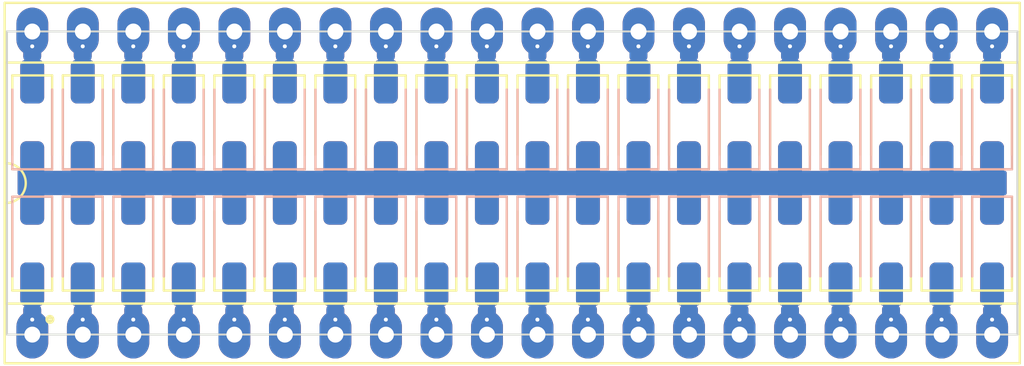
<source format=kicad_pcb>
(kicad_pcb (version 20240108) (generator "pcbnew") (generator_version "8.0")
  (title_block (title "UnIC") (date "2024-05-02") (rev "1.0") (company "Modular Circuits"))
  (layers (0 "F.Cu" signal) (31 "B.Cu" signal) (34 "B.Paste" user) (35 "F.Paste" user) (36 "B.SilkS" user "B.Silkscreen") (37 "F.SilkS" user "F.Silkscreen") (38 "B.Mask" user) (39 "F.Mask" user) (44 "Edge.Cuts" user))
  (net 0 "")
  (net 1 "GND")
  (net 2 "/PIN1")
  (net 3 "LINE")
  (net 4 "/PIN2")
  (net 5 "/PIN3")
  (net 6 "/PIN4")
  (net 7 "/PIN5")
  (net 8 "/PIN6")
  (net 9 "/PIN7")
  (net 10 "/PIN8")
  (net 11 "/PIN9")
  (net 12 "/PIN10")
  (net 13 "/PIN11")
  (net 14 "/PIN12")
  (net 15 "/PIN13")
  (net 16 "/PIN14")
  (net 17 "/PIN16")
  (net 18 "/PIN17")
  (net 19 "/PIN18")
  (net 20 "/PIN19")
  (net 21 "/PIN20")
  (net 22 "/PIN21")
  (net 23 "/PIN22")
  (net 24 "/PIN23")
  (net 25 "/PIN24")
  (net 26 "/PIN25")
  (net 27 "/PIN26")
  (net 28 "/PIN27")
  (net 29 "/PIN28")
  (net 30 "/PIN29")
  (net 31 "/PIN30")
  (net 32 "/PIN31")
  (net 33 "/PIN32")
  (net 34 "/PIN33")
  (net 35 "/PIN34")
  (net 36 "/PIN35")
  (net 37 "/PIN36")
  (net 38 "/PIN37")
  (net 39 "/PIN38")
  (net 40 "/PIN39")
  (net 41 "/PIN40")
  (net 42 "/PIN15")
  (footprint "UNIC:D_SOD-123" (layer "F.Cu") (at 60.96 41.148 90)
    (property "Reference" "D10" (hide yes))
    (property "Value" "D_Schottky" (hide yes))
    (pad "1" smd roundrect (at -2.05 0 90) (size 2.2 1.2) (layers "F.Cu" "F.Paste" "F.Mask") (net 12 "/PIN10"))
    (pad "2" smd roundrect (at 2.05 0 90) (size 2.2 1.2) (layers "F.Cu" "F.Paste" "F.Mask") (net 1 "GND"))
  )
  (footprint "UNIC:D_SOD-123" (layer "F.Cu") (at 43.18 41.148 90)
    (property "Reference" "D3" (hide yes))
    (property "Value" "D_Schottky" (hide yes))
    (pad "1" smd roundrect (at -2.05 0 90) (size 2.2 1.2) (layers "F.Cu" "F.Paste" "F.Mask") (net 5 "/PIN3"))
    (pad "2" smd roundrect (at 2.05 0 90) (size 2.2 1.2) (layers "F.Cu" "F.Paste" "F.Mask") (net 1 "GND"))
  )
  (footprint "UNIC:D_SOD-123" (layer "F.Cu") (at 53.34 41.148 90)
    (property "Reference" "D7" (hide yes))
    (property "Value" "D_Schottky" (hide yes))
    (pad "1" smd roundrect (at -2.05 0 90) (size 2.2 1.2) (layers "F.Cu" "F.Paste" "F.Mask") (net 9 "/PIN7"))
    (pad "2" smd roundrect (at 2.05 0 90) (size 2.2 1.2) (layers "F.Cu" "F.Paste" "F.Mask") (net 1 "GND"))
  )
  (footprint "UNIC:D_SOD-123" (layer "F.Cu") (at 86.36 41.148 90)
    (property "Reference" "D20" (hide yes))
    (property "Value" "D_Schottky" (hide yes))
    (pad "1" smd roundrect (at -2.05 0 90) (size 2.2 1.2) (layers "F.Cu" "F.Paste" "F.Mask") (net 21 "/PIN20"))
    (pad "2" smd roundrect (at 2.05 0 90) (size 2.2 1.2) (layers "F.Cu" "F.Paste" "F.Mask") (net 1 "GND"))
  )
  (footprint "UNIC:D_SOD-123" (layer "F.Cu") (at 78.74 41.148 90)
    (property "Reference" "D17" (hide yes))
    (property "Value" "D_Schottky" (hide yes))
    (pad "1" smd roundrect (at -2.05 0 90) (size 2.2 1.2) (layers "F.Cu" "F.Paste" "F.Mask") (net 18 "/PIN17"))
    (pad "2" smd roundrect (at 2.05 0 90) (size 2.2 1.2) (layers "F.Cu" "F.Paste" "F.Mask") (net 1 "GND"))
  )
  (footprint "UNIC:D_SOD-123" (layer "F.Cu") (at 71.12 35.052 -90)
    (property "Reference" "D27" (hide yes))
    (property "Value" "D_Schottky" (hide yes))
    (pad "1" smd roundrect (at -2.05 0 270) (size 2.2 1.2) (layers "F.Cu" "F.Paste" "F.Mask") (net 28 "/PIN27"))
    (pad "2" smd roundrect (at 2.05 0 270) (size 2.2 1.2) (layers "F.Cu" "F.Paste" "F.Mask") (net 1 "GND"))
  )
  (footprint "UNIC:D_SOD-123" (layer "F.Cu") (at 66.04 41.148 90)
    (property "Reference" "D12" (hide yes))
    (property "Value" "D_Schottky" (hide yes))
    (pad "1" smd roundrect (at -2.05 0 90) (size 2.2 1.2) (layers "F.Cu" "F.Paste" "F.Mask") (net 14 "/PIN12"))
    (pad "2" smd roundrect (at 2.05 0 90) (size 2.2 1.2) (layers "F.Cu" "F.Paste" "F.Mask") (net 1 "GND"))
  )
  (footprint "UNIC:D_SOD-123" (layer "F.Cu") (at 55.88 35.052 -90)
    (property "Reference" "D33" (hide yes))
    (property "Value" "D_Schottky" (hide yes))
    (pad "1" smd roundrect (at -2.05 0 270) (size 2.2 1.2) (layers "F.Cu" "F.Paste" "F.Mask") (net 34 "/PIN33"))
    (pad "2" smd roundrect (at 2.05 0 270) (size 2.2 1.2) (layers "F.Cu" "F.Paste" "F.Mask") (net 1 "GND"))
  )
  (footprint "UNIC:D_SOD-123" (layer "F.Cu") (at 48.26 41.148 90)
    (property "Reference" "D5" (hide yes))
    (property "Value" "D_Schottky" (hide yes))
    (pad "1" smd roundrect (at -2.05 0 90) (size 2.2 1.2) (layers "F.Cu" "F.Paste" "F.Mask") (net 7 "/PIN5"))
    (pad "2" smd roundrect (at 2.05 0 90) (size 2.2 1.2) (layers "F.Cu" "F.Paste" "F.Mask") (net 1 "GND"))
  )
  (footprint "UNIC:D_SOD-123" (layer "F.Cu") (at 45.72 35.052 -90)
    (property "Reference" "D37" (hide yes))
    (property "Value" "D_Schottky" (hide yes))
    (pad "1" smd roundrect (at -2.05 0 270) (size 2.2 1.2) (layers "F.Cu" "F.Paste" "F.Mask") (net 38 "/PIN37"))
    (pad "2" smd roundrect (at 2.05 0 270) (size 2.2 1.2) (layers "F.Cu" "F.Paste" "F.Mask") (net 1 "GND"))
  )
  (footprint "UNIC:D_SOD-123" (layer "F.Cu") (at 50.8 41.148 90)
    (property "Reference" "D6" (hide yes))
    (property "Value" "D_Schottky" (hide yes))
    (pad "1" smd roundrect (at -2.05 0 90) (size 2.2 1.2) (layers "F.Cu" "F.Paste" "F.Mask") (net 8 "/PIN6"))
    (pad "2" smd roundrect (at 2.05 0 90) (size 2.2 1.2) (layers "F.Cu" "F.Paste" "F.Mask") (net 1 "GND"))
  )
  (footprint "UNIC:D_SOD-123" (layer "F.Cu") (at 55.88 41.148 90)
    (property "Reference" "D8" (hide yes))
    (property "Value" "D_Schottky" (hide yes))
    (pad "1" smd roundrect (at -2.05 0 90) (size 2.2 1.2) (layers "F.Cu" "F.Paste" "F.Mask") (net 10 "/PIN8"))
    (pad "2" smd roundrect (at 2.05 0 90) (size 2.2 1.2) (layers "F.Cu" "F.Paste" "F.Mask") (net 1 "GND"))
  )
  (footprint "UNIC:D_SOD-123" (layer "F.Cu") (at 71.12 41.148 90)
    (property "Reference" "D14" (hide yes))
    (property "Value" "D_Schottky" (hide yes))
    (pad "1" smd roundrect (at -2.05 0 90) (size 2.2 1.2) (layers "F.Cu" "F.Paste" "F.Mask") (net 16 "/PIN14"))
    (pad "2" smd roundrect (at 2.05 0 90) (size 2.2 1.2) (layers "F.Cu" "F.Paste" "F.Mask") (net 1 "GND"))
  )
  (footprint "UNIC:D_SOD-123" (layer "F.Cu") (at 48.26 35.052 -90)
    (property "Reference" "D36" (hide yes))
    (property "Value" "D_Schottky" (hide yes))
    (pad "1" smd roundrect (at -2.05 0 270) (size 2.2 1.2) (layers "F.Cu" "F.Paste" "F.Mask") (net 37 "/PIN36"))
    (pad "2" smd roundrect (at 2.05 0 270) (size 2.2 1.2) (layers "F.Cu" "F.Paste" "F.Mask") (net 1 "GND"))
  )
  (footprint "Package_DIP:DIP-40_W15.24mm_Socket_LongPads" (layer "F.Cu") (at 38.105 45.725 90)
    (property "Reference" "SOCKET2" (hide yes))
    (property "Value" "Conn_02x20_Counter_Clockwise" (hide yes))
    (pad "1" thru_hole oval (at 0 0 90) (size 2.4 1.6) (drill 0.8) (layers "*.Cu" "*.Mask") (net 2 "/PIN1"))
    (pad "2" thru_hole oval (at 0 2.54 90) (size 2.4 1.6) (drill 0.8) (layers "*.Cu" "*.Mask") (net 4 "/PIN2"))
    (pad "3" thru_hole oval (at 0 5.08 90) (size 2.4 1.6) (drill 0.8) (layers "*.Cu" "*.Mask") (net 5 "/PIN3"))
    (pad "4" thru_hole oval (at 0 7.62 90) (size 2.4 1.6) (drill 0.8) (layers "*.Cu" "*.Mask") (net 6 "/PIN4"))
    (pad "5" thru_hole oval (at 0 10.16 90) (size 2.4 1.6) (drill 0.8) (layers "*.Cu" "*.Mask") (net 7 "/PIN5"))
    (pad "6" thru_hole oval (at 0 12.7 90) (size 2.4 1.6) (drill 0.8) (layers "*.Cu" "*.Mask") (net 8 "/PIN6"))
    (pad "7" thru_hole oval (at 0 15.24 90) (size 2.4 1.6) (drill 0.8) (layers "*.Cu" "*.Mask") (net 9 "/PIN7"))
    (pad "8" thru_hole oval (at 0 17.78 90) (size 2.4 1.6) (drill 0.8) (layers "*.Cu" "*.Mask") (net 10 "/PIN8"))
    (pad "9" thru_hole oval (at 0 20.32 90) (size 2.4 1.6) (drill 0.8) (layers "*.Cu" "*.Mask") (net 11 "/PIN9"))
    (pad "10" thru_hole oval (at 0 22.86 90) (size 2.4 1.6) (drill 0.8) (layers "*.Cu" "*.Mask") (net 12 "/PIN10"))
    (pad "11" thru_hole oval (at 0 25.4 90) (size 2.4 1.6) (drill 0.8) (layers "*.Cu" "*.Mask") (net 13 "/PIN11"))
    (pad "12" thru_hole oval (at 0 27.94 90) (size 2.4 1.6) (drill 0.8) (layers "*.Cu" "*.Mask") (net 14 "/PIN12"))
    (pad "13" thru_hole oval (at 0 30.48 90) (size 2.4 1.6) (drill 0.8) (layers "*.Cu" "*.Mask") (net 15 "/PIN13"))
    (pad "14" thru_hole oval (at 0 33.02 90) (size 2.4 1.6) (drill 0.8) (layers "*.Cu" "*.Mask") (net 16 "/PIN14"))
    (pad "15" thru_hole oval (at 0 35.56 90) (size 2.4 1.6) (drill 0.8) (layers "*.Cu" "*.Mask") (net 42 "/PIN15"))
    (pad "16" thru_hole oval (at 0 38.1 90) (size 2.4 1.6) (drill 0.8) (layers "*.Cu" "*.Mask") (net 17 "/PIN16"))
    (pad "17" thru_hole oval (at 0 40.64 90) (size 2.4 1.6) (drill 0.8) (layers "*.Cu" "*.Mask") (net 18 "/PIN17"))
    (pad "18" thru_hole oval (at 0 43.18 90) (size 2.4 1.6) (drill 0.8) (layers "*.Cu" "*.Mask") (net 19 "/PIN18"))
    (pad "19" thru_hole oval (at 0 45.72 90) (size 2.4 1.6) (drill 0.8) (layers "*.Cu" "*.Mask") (net 20 "/PIN19"))
    (pad "20" thru_hole oval (at 0 48.26 90) (size 2.4 1.6) (drill 0.8) (layers "*.Cu" "*.Mask") (net 21 "/PIN20"))
    (pad "21" thru_hole oval (at 15.24 48.26 90) (size 2.4 1.6) (drill 0.8) (layers "*.Cu" "*.Mask") (net 22 "/PIN21"))
    (pad "22" thru_hole oval (at 15.24 45.72 90) (size 2.4 1.6) (drill 0.8) (layers "*.Cu" "*.Mask") (net 23 "/PIN22"))
    (pad "23" thru_hole oval (at 15.24 43.18 90) (size 2.4 1.6) (drill 0.8) (layers "*.Cu" "*.Mask") (net 24 "/PIN23"))
    (pad "24" thru_hole oval (at 15.24 40.64 90) (size 2.4 1.6) (drill 0.8) (layers "*.Cu" "*.Mask") (net 25 "/PIN24"))
    (pad "25" thru_hole oval (at 15.24 38.1 90) (size 2.4 1.6) (drill 0.8) (layers "*.Cu" "*.Mask") (net 26 "/PIN25"))
    (pad "26" thru_hole oval (at 15.24 35.56 90) (size 2.4 1.6) (drill 0.8) (layers "*.Cu" "*.Mask") (net 27 "/PIN26"))
    (pad "27" thru_hole oval (at 15.24 33.02 90) (size 2.4 1.6) (drill 0.8) (layers "*.Cu" "*.Mask") (net 28 "/PIN27"))
    (pad "28" thru_hole oval (at 15.24 30.48 90) (size 2.4 1.6) (drill 0.8) (layers "*.Cu" "*.Mask") (net 29 "/PIN28"))
    (pad "29" thru_hole oval (at 15.24 27.94 90) (size 2.4 1.6) (drill 0.8) (layers "*.Cu" "*.Mask") (net 30 "/PIN29"))
    (pad "30" thru_hole oval (at 15.24 25.4 90) (size 2.4 1.6) (drill 0.8) (layers "*.Cu" "*.Mask") (net 31 "/PIN30"))
    (pad "31" thru_hole oval (at 15.24 22.86 90) (size 2.4 1.6) (drill 0.8) (layers "*.Cu" "*.Mask") (net 32 "/PIN31"))
    (pad "32" thru_hole oval (at 15.24 20.32 90) (size 2.4 1.6) (drill 0.8) (layers "*.Cu" "*.Mask") (net 33 "/PIN32"))
    (pad "33" thru_hole oval (at 15.24 17.78 90) (size 2.4 1.6) (drill 0.8) (layers "*.Cu" "*.Mask") (net 34 "/PIN33"))
    (pad "34" thru_hole oval (at 15.24 15.24 90) (size 2.4 1.6) (drill 0.8) (layers "*.Cu" "*.Mask") (net 35 "/PIN34"))
    (pad "35" thru_hole oval (at 15.24 12.7 90) (size 2.4 1.6) (drill 0.8) (layers "*.Cu" "*.Mask") (net 36 "/PIN35"))
    (pad "36" thru_hole oval (at 15.24 10.16 90) (size 2.4 1.6) (drill 0.8) (layers "*.Cu" "*.Mask") (net 37 "/PIN36"))
    (pad "37" thru_hole oval (at 15.24 7.62 90) (size 2.4 1.6) (drill 0.8) (layers "*.Cu" "*.Mask") (net 38 "/PIN37"))
    (pad "38" thru_hole oval (at 15.24 5.08 90) (size 2.4 1.6) (drill 0.8) (layers "*.Cu" "*.Mask") (net 39 "/PIN38"))
    (pad "39" thru_hole oval (at 15.24 2.54 90) (size 2.4 1.6) (drill 0.8) (layers "*.Cu" "*.Mask") (net 40 "/PIN39"))
    (pad "40" thru_hole oval (at 15.24 0 90) (size 2.4 1.6) (drill 0.8) (layers "*.Cu" "*.Mask") (net 41 "/PIN40"))
  )
  (footprint "UNIC:D_SOD-123" (layer "F.Cu") (at 63.5 35.052 -90)
    (property "Reference" "D30" (hide yes))
    (property "Value" "D_Schottky" (hide yes))
    (pad "1" smd roundrect (at -2.05 0 270) (size 2.2 1.2) (layers "F.Cu" "F.Paste" "F.Mask") (net 31 "/PIN30"))
    (pad "2" smd roundrect (at 2.05 0 270) (size 2.2 1.2) (layers "F.Cu" "F.Paste" "F.Mask") (net 1 "GND"))
  )
  (footprint "UNIC:D_SOD-123" (layer "F.Cu") (at 76.2 41.148 90)
    (property "Reference" "D16" (hide yes))
    (property "Value" "D_Schottky" (hide yes))
    (pad "1" smd roundrect (at -2.05 0 90) (size 2.2 1.2) (layers "F.Cu" "F.Paste" "F.Mask") (net 17 "/PIN16"))
    (pad "2" smd roundrect (at 2.05 0 90) (size 2.2 1.2) (layers "F.Cu" "F.Paste" "F.Mask") (net 1 "GND"))
  )
  (footprint "UNIC:D_SOD-123" (layer "F.Cu") (at 66.04 35.052 -90)
    (property "Reference" "D29" (hide yes))
    (property "Value" "D_Schottky" (hide yes))
    (pad "1" smd roundrect (at -2.05 0 270) (size 2.2 1.2) (layers "F.Cu" "F.Paste" "F.Mask") (net 30 "/PIN29"))
    (pad "2" smd roundrect (at 2.05 0 270) (size 2.2 1.2) (layers "F.Cu" "F.Paste" "F.Mask") (net 1 "GND"))
  )
  (footprint "UNIC:D_SOD-123" (layer "F.Cu") (at 73.66 35.052 -90)
    (property "Reference" "D26" (hide yes))
    (property "Value" "D_Schottky" (hide yes))
    (pad "1" smd roundrect (at -2.05 0 270) (size 2.2 1.2) (layers "F.Cu" "F.Paste" "F.Mask") (net 27 "/PIN26"))
    (pad "2" smd roundrect (at 2.05 0 270) (size 2.2 1.2) (layers "F.Cu" "F.Paste" "F.Mask") (net 1 "GND"))
  )
  (footprint "UNIC:D_SOD-123" (layer "F.Cu") (at 43.18 35.052 -90)
    (property "Reference" "D38" (hide yes))
    (property "Value" "D_Schottky" (hide yes))
    (pad "1" smd roundrect (at -2.05 0 270) (size 2.2 1.2) (layers "F.Cu" "F.Paste" "F.Mask") (net 39 "/PIN38"))
    (pad "2" smd roundrect (at 2.05 0 270) (size 2.2 1.2) (layers "F.Cu" "F.Paste" "F.Mask") (net 1 "GND"))
  )
  (footprint "UNIC:D_SOD-123" (layer "F.Cu") (at 86.36 35.052 -90)
    (property "Reference" "D21" (hide yes))
    (property "Value" "D_Schottky" (hide yes))
    (pad "1" smd roundrect (at -2.05 0 270) (size 2.2 1.2) (layers "F.Cu" "F.Paste" "F.Mask") (net 22 "/PIN21"))
    (pad "2" smd roundrect (at 2.05 0 270) (size 2.2 1.2) (layers "F.Cu" "F.Paste" "F.Mask") (net 1 "GND"))
  )
  (footprint "UNIC:DIP-40_pin_header" (layer "F.Cu") (at 62.23 38.1 90)
    (property "Reference" "SOCKET1" (hide yes))
    (property "Value" "Conn_02x20_Counter_Clockwise" (hide yes))
    (pad "1" thru_hole circle (at -6.87 -24.13 90) (size 0.4 0.4) (drill 0.2) (layers "*.Cu" "*.Mask") (net 2 "/PIN1"))
    (pad "1" smd roundrect (at -6.745 -24.13 90) (size 1.25 0.9) (layers "F.Cu" "F.Mask") (net 2 "/PIN1"))
    (pad "1" smd roundrect (at -6.745 -24.13 90) (size 1.25 0.9) (layers "B.Cu" "B.Mask") (net 2 "/PIN1"))
    (pad "2" thru_hole circle (at -6.87 -21.59 90) (size 0.4 0.4) (drill 0.2) (layers "*.Cu" "*.Mask") (net 4 "/PIN2"))
    (pad "2" smd roundrect (at -6.745 -21.59 90) (size 1.25 0.9) (layers "F.Cu" "F.Mask") (net 4 "/PIN2"))
    (pad "2" smd roundrect (at -6.745 -21.59 90) (size 1.25 0.9) (layers "B.Cu" "B.Mask") (net 4 "/PIN2"))
    (pad "3" thru_hole circle (at -6.87 -19.05 90) (size 0.4 0.4) (drill 0.2) (layers "*.Cu" "*.Mask") (net 5 "/PIN3"))
    (pad "3" smd roundrect (at -6.745 -19.05 90) (size 1.25 0.9) (layers "F.Cu" "F.Mask") (net 5 "/PIN3"))
    (pad "3" smd roundrect (at -6.745 -19.05 90) (size 1.25 0.9) (layers "B.Cu" "B.Mask") (net 5 "/PIN3"))
    (pad "4" thru_hole circle (at -6.87 -16.51 90) (size 0.4 0.4) (drill 0.2) (layers "*.Cu" "*.Mask") (net 6 "/PIN4"))
    (pad "4" smd roundrect (at -6.745 -16.51 90) (size 1.25 0.9) (layers "F.Cu" "F.Mask") (net 6 "/PIN4"))
    (pad "4" smd roundrect (at -6.745 -16.51 90) (size 1.25 0.9) (layers "B.Cu" "B.Mask") (net 6 "/PIN4"))
    (pad "5" thru_hole circle (at -6.87 -13.97 90) (size 0.4 0.4) (drill 0.2) (layers "*.Cu" "*.Mask") (net 7 "/PIN5"))
    (pad "5" smd roundrect (at -6.745 -13.97 90) (size 1.25 0.9) (layers "F.Cu" "F.Mask") (net 7 "/PIN5"))
    (pad "5" smd roundrect (at -6.745 -13.97 90) (size 1.25 0.9) (layers "B.Cu" "B.Mask") (net 7 "/PIN5"))
    (pad "6" thru_hole circle (at -6.87 -11.43 90) (size 0.4 0.4) (drill 0.2) (layers "*.Cu" "*.Mask") (net 8 "/PIN6"))
    (pad "6" smd roundrect (at -6.745 -11.43 90) (size 1.25 0.9) (layers "F.Cu" "F.Mask") (net 8 "/PIN6"))
    (pad "6" smd roundrect (at -6.745 -11.43 90) (size 1.25 0.9) (layers "B.Cu" "B.Mask") (net 8 "/PIN6"))
    (pad "7" thru_hole circle (at -6.87 -8.89 90) (size 0.4 0.4) (drill 0.2) (layers "*.Cu" "*.Mask") (net 9 "/PIN7"))
    (pad "7" smd roundrect (at -6.745 -8.89 90) (size 1.25 0.9) (layers "F.Cu" "F.Mask") (net 9 "/PIN7"))
    (pad "7" smd roundrect (at -6.745 -8.89 90) (size 1.25 0.9) (layers "B.Cu" "B.Mask") (net 9 "/PIN7"))
    (pad "8" thru_hole circle (at -6.87 -6.35 90) (size 0.4 0.4) (drill 0.2) (layers "*.Cu" "*.Mask") (net 10 "/PIN8"))
    (pad "8" smd roundrect (at -6.745 -6.35 90) (size 1.25 0.9) (layers "F.Cu" "F.Mask") (net 10 "/PIN8"))
    (pad "8" smd roundrect (at -6.745 -6.35 90) (size 1.25 0.9) (layers "B.Cu" "B.Mask") (net 10 "/PIN8"))
    (pad "9" thru_hole circle (at -6.87 -3.81 90) (size 0.4 0.4) (drill 0.2) (layers "*.Cu" "*.Mask") (net 11 "/PIN9"))
    (pad "9" smd roundrect (at -6.745 -3.81 90) (size 1.25 0.9) (layers "F.Cu" "F.Mask") (net 11 "/PIN9"))
    (pad "9" smd roundrect (at -6.745 -3.81 90) (size 1.25 0.9) (layers "B.Cu" "B.Mask") (net 11 "/PIN9"))
    (pad "10" thru_hole circle (at -6.87 -1.27 90) (size 0.4 0.4) (drill 0.2) (layers "*.Cu" "*.Mask") (net 12 "/PIN10"))
    (pad "10" smd roundrect (at -6.745 -1.27 90) (size 1.25 0.9) (layers "F.Cu" "F.Mask") (net 12 "/PIN10"))
    (pad "10" smd roundrect (at -6.745 -1.27 90) (size 1.25 0.9) (layers "B.Cu" "B.Mask") (net 12 "/PIN10"))
    (pad "11" thru_hole circle (at -6.87 1.27 90) (size 0.4 0.4) (drill 0.2) (layers "*.Cu" "*.Mask") (net 13 "/PIN11"))
    (pad "11" smd roundrect (at -6.745 1.27 90) (size 1.25 0.9) (layers "F.Cu" "F.Mask") (net 13 "/PIN11"))
    (pad "11" smd roundrect (at -6.745 1.27 90) (size 1.25 0.9) (layers "B.Cu" "B.Mask") (net 13 "/PIN11"))
    (pad "12" thru_hole circle (at -6.87 3.81 90) (size 0.4 0.4) (drill 0.2) (layers "*.Cu" "*.Mask") (net 14 "/PIN12"))
    (pad "12" smd roundrect (at -6.745 3.81 90) (size 1.25 0.9) (layers "F.Cu" "F.Mask") (net 14 "/PIN12"))
    (pad "12" smd roundrect (at -6.745 3.81 90) (size 1.25 0.9) (layers "B.Cu" "B.Mask") (net 14 "/PIN12"))
    (pad "13" thru_hole circle (at -6.87 6.35 90) (size 0.4 0.4) (drill 0.2) (layers "*.Cu" "*.Mask") (net 15 "/PIN13"))
    (pad "13" smd roundrect (at -6.745 6.35 90) (size 1.25 0.9) (layers "F.Cu" "F.Mask") (net 15 "/PIN13"))
    (pad "13" smd roundrect (at -6.745 6.35 90) (size 1.25 0.9) (layers "B.Cu" "B.Mask") (net 15 "/PIN13"))
    (pad "14" thru_hole circle (at -6.87 8.89 90) (size 0.4 0.4) (drill 0.2) (layers "*.Cu" "*.Mask") (net 16 "/PIN14"))
    (pad "14" smd roundrect (at -6.745 8.89 90) (size 1.25 0.9) (layers "F.Cu" "F.Mask") (net 16 "/PIN14"))
    (pad "14" smd roundrect (at -6.745 8.89 90) (size 1.25 0.9) (layers "B.Cu" "B.Mask") (net 16 "/PIN14"))
    (pad "15" thru_hole circle (at -6.87 11.43 90) (size 0.4 0.4) (drill 0.2) (layers "*.Cu" "*.Mask") (net 42 "/PIN15"))
    (pad "15" smd roundrect (at -6.745 11.43 90) (size 1.25 0.9) (layers "F.Cu" "F.Mask") (net 42 "/PIN15"))
    (pad "15" smd roundrect (at -6.745 11.43 90) (size 1.25 0.9) (layers "B.Cu" "B.Mask") (net 42 "/PIN15"))
    (pad "16" thru_hole circle (at -6.87 13.97 90) (size 0.4 0.4) (drill 0.2) (layers "*.Cu" "*.Mask") (net 17 "/PIN16"))
    (pad "16" smd roundrect (at -6.745 13.97 90) (size 1.25 0.9) (layers "F.Cu" "F.Mask") (net 17 "/PIN16"))
    (pad "16" smd roundrect (at -6.745 13.97 90) (size 1.25 0.9) (layers "B.Cu" "B.Mask") (net 17 "/PIN16"))
    (pad "17" thru_hole circle (at -6.87 16.51 90) (size 0.4 0.4) (drill 0.2) (layers "*.Cu" "*.Mask") (net 18 "/PIN17"))
    (pad "17" smd roundrect (at -6.745 16.51 90) (size 1.25 0.9) (layers "F.Cu" "F.Mask") (net 18 "/PIN17"))
    (pad "17" smd roundrect (at -6.745 16.51 90) (size 1.25 0.9) (layers "B.Cu" "B.Mask") (net 18 "/PIN17"))
    (pad "18" thru_hole circle (at -6.87 19.05 90) (size 0.4 0.4) (drill 0.2) (layers "*.Cu" "*.Mask") (net 19 "/PIN18"))
    (pad "18" smd roundrect (at -6.745 19.05 90) (size 1.25 0.9) (layers "F.Cu" "F.Mask") (net 19 "/PIN18"))
    (pad "18" smd roundrect (at -6.745 19.05 90) (size 1.25 0.9) (layers "B.Cu" "B.Mask") (net 19 "/PIN18"))
    (pad "19" thru_hole circle (at -6.87 21.59 90) (size 0.4 0.4) (drill 0.2) (layers "*.Cu" "*.Mask") (net 20 "/PIN19"))
    (pad "19" smd roundrect (at -6.745 21.59 90) (size 1.25 0.9) (layers "F.Cu" "F.Mask") (net 20 "/PIN19"))
    (pad "19" smd roundrect (at -6.745 21.59 90) (size 1.25 0.9) (layers "B.Cu" "B.Mask") (net 20 "/PIN19"))
    (pad "20" thru_hole circle (at -6.87 24.13 90) (size 0.4 0.4) (drill 0.2) (layers "*.Cu" "*.Mask") (net 21 "/PIN20"))
    (pad "20" smd roundrect (at -6.745 24.13 90) (size 1.25 0.9) (layers "F.Cu" "F.Mask") (net 21 "/PIN20"))
    (pad "20" smd roundrect (at -6.745 24.13 90) (size 1.25 0.9) (layers "B.Cu" "B.Mask") (net 21 "/PIN20"))
    (pad "21" smd roundrect (at 6.745 24.13 90) (size 1.25 0.9) (layers "F.Cu" "F.Mask") (net 22 "/PIN21"))
    (pad "21" smd roundrect (at 6.745 24.13 90) (size 1.25 0.9) (layers "B.Cu" "B.Mask") (net 22 "/PIN21"))
    (pad "21" thru_hole circle (at 6.87 24.13 90) (size 0.4 0.4) (drill 0.2) (layers "*.Cu" "*.Mask") (net 22 "/PIN21"))
    (pad "22" smd roundrect (at 6.745 21.59 90) (size 1.25 0.9) (layers "F.Cu" "F.Mask") (net 23 "/PIN22"))
    (pad "22" smd roundrect (at 6.745 21.59 90) (size 1.25 0.9) (layers "B.Cu" "B.Mask") (net 23 "/PIN22"))
    (pad "22" thru_hole circle (at 6.87 21.59 90) (size 0.4 0.4) (drill 0.2) (layers "*.Cu" "*.Mask") (net 23 "/PIN22"))
    (pad "23" smd roundrect (at 6.745 19.05 90) (size 1.25 0.9) (layers "F.Cu" "F.Mask") (net 24 "/PIN23"))
    (pad "23" smd roundrect (at 6.745 19.05 90) (size 1.25 0.9) (layers "B.Cu" "B.Mask") (net 24 "/PIN23"))
    (pad "23" thru_hole circle (at 6.87 19.05 90) (size 0.4 0.4) (drill 0.2) (layers "*.Cu" "*.Mask") (net 24 "/PIN23"))
    (pad "24" smd roundrect (at 6.745 16.51 90) (size 1.25 0.9) (layers "F.Cu" "F.Mask") (net 25 "/PIN24"))
    (pad "24" smd roundrect (at 6.745 16.51 90) (size 1.25 0.9) (layers "B.Cu" "B.Mask") (net 25 "/PIN24"))
    (pad "24" thru_hole circle (at 6.87 16.51 90) (size 0.4 0.4) (drill 0.2) (layers "*.Cu" "*.Mask") (net 25 "/PIN24"))
    (pad "25" smd roundrect (at 6.745 13.97 90) (size 1.25 0.9) (layers "F.Cu" "F.Mask") (net 26 "/PIN25"))
    (pad "25" smd roundrect (at 6.745 13.97 90) (size 1.25 0.9) (layers "B.Cu" "B.Mask") (net 26 "/PIN25"))
    (pad "25" thru_hole circle (at 6.87 13.97 90) (size 0.4 0.4) (drill 0.2) (layers "*.Cu" "*.Mask") (net 26 "/PIN25"))
    (pad "26" smd roundrect (at 6.745 11.43 90) (size 1.25 0.9) (layers "F.Cu" "F.Mask") (net 27 "/PIN26"))
    (pad "26" smd roundrect (at 6.745 11.43 90) (size 1.25 0.9) (layers "B.Cu" "B.Mask") (net 27 "/PIN26"))
    (pad "26" thru_hole circle (at 6.87 11.43 90) (size 0.4 0.4) (drill 0.2) (layers "*.Cu" "*.Mask") (net 27 "/PIN26"))
    (pad "27" smd roundrect (at 6.745 8.89 90) (size 1.25 0.9) (layers "F.Cu" "F.Mask") (net 28 "/PIN27"))
    (pad "27" smd roundrect (at 6.745 8.89 90) (size 1.25 0.9) (layers "B.Cu" "B.Mask") (net 28 "/PIN27"))
    (pad "27" thru_hole circle (at 6.87 8.89 90) (size 0.4 0.4) (drill 0.2) (layers "*.Cu" "*.Mask") (net 28 "/PIN27"))
    (pad "28" smd roundrect (at 6.745 6.35 90) (size 1.25 0.9) (layers "F.Cu" "F.Mask") (net 29 "/PIN28"))
    (pad "28" smd roundrect (at 6.745 6.35 90) (size 1.25 0.9) (layers "B.Cu" "B.Mask") (net 29 "/PIN28"))
    (pad "28" thru_hole circle (at 6.87 6.35 90) (size 0.4 0.4) (drill 0.2) (layers "*.Cu" "*.Mask") (net 29 "/PIN28"))
    (pad "29" smd roundrect (at 6.745 3.81 90) (size 1.25 0.9) (layers "F.Cu" "F.Mask") (net 30 "/PIN29"))
    (pad "29" smd roundrect (at 6.745 3.81 90) (size 1.25 0.9) (layers "B.Cu" "B.Mask") (net 30 "/PIN29"))
    (pad "29" thru_hole circle (at 6.87 3.81 90) (size 0.4 0.4) (drill 0.2) (layers "*.Cu" "*.Mask") (net 30 "/PIN29"))
    (pad "30" smd roundrect (at 6.745 1.27 90) (size 1.25 0.9) (layers "F.Cu" "F.Mask") (net 31 "/PIN30"))
    (pad "30" smd roundrect (at 6.745 1.27 90) (size 1.25 0.9) (layers "B.Cu" "B.Mask") (net 31 "/PIN30"))
    (pad "30" thru_hole circle (at 6.87 1.27 90) (size 0.4 0.4) (drill 0.2) (layers "*.Cu" "*.Mask") (net 31 "/PIN30"))
    (pad "31" smd roundrect (at 6.745 -1.27 90) (size 1.25 0.9) (layers "F.Cu" "F.Mask") (net 32 "/PIN31"))
    (pad "31" smd roundrect (at 6.745 -1.27 90) (size 1.25 0.9) (layers "B.Cu" "B.Mask") (net 32 "/PIN31"))
    (pad "31" thru_hole circle (at 6.87 -1.27 90) (size 0.4 0.4) (drill 0.2) (layers "*.Cu" "*.Mask") (net 32 "/PIN31"))
    (pad "32" smd roundrect (at 6.745 -3.81 90) (size 1.25 0.9) (layers "F.Cu" "F.Mask") (net 33 "/PIN32"))
    (pad "32" smd roundrect (at 6.745 -3.81 90) (size 1.25 0.9) (layers "B.Cu" "B.Mask") (net 33 "/PIN32"))
    (pad "32" thru_hole circle (at 6.87 -3.81 90) (size 0.4 0.4) (drill 0.2) (layers "*.Cu" "*.Mask") (net 33 "/PIN32"))
    (pad "33" smd roundrect (at 6.745 -6.35 90) (size 1.25 0.9) (layers "F.Cu" "F.Mask") (net 34 "/PIN33"))
    (pad "33" smd roundrect (at 6.745 -6.35 90) (size 1.25 0.9) (layers "B.Cu" "B.Mask") (net 34 "/PIN33"))
    (pad "33" thru_hole circle (at 6.87 -6.35 90) (size 0.4 0.4) (drill 0.2) (layers "*.Cu" "*.Mask") (net 34 "/PIN33"))
    (pad "34" smd roundrect (at 6.745 -8.89 90) (size 1.25 0.9) (layers "F.Cu" "F.Mask") (net 35 "/PIN34"))
    (pad "34" smd roundrect (at 6.745 -8.89 90) (size 1.25 0.9) (layers "B.Cu" "B.Mask") (net 35 "/PIN34"))
    (pad "34" thru_hole circle (at 6.87 -8.89 90) (size 0.4 0.4) (drill 0.2) (layers "*.Cu" "*.Mask") (net 35 "/PIN34"))
    (pad "35" smd roundrect (at 6.745 -11.43 90) (size 1.25 0.9) (layers "F.Cu" "F.Mask") (net 36 "/PIN35"))
    (pad "35" smd roundrect (at 6.745 -11.43 90) (size 1.25 0.9) (layers "B.Cu" "B.Mask") (net 36 "/PIN35"))
    (pad "35" thru_hole circle (at 6.87 -11.43 90) (size 0.4 0.4) (drill 0.2) (layers "*.Cu" "*.Mask") (net 36 "/PIN35"))
    (pad "36" smd roundrect (at 6.745 -13.97 90) (size 1.25 0.9) (layers "F.Cu" "F.Mask") (net 37 "/PIN36"))
    (pad "36" smd roundrect (at 6.745 -13.97 90) (size 1.25 0.9) (layers "B.Cu" "B.Mask") (net 37 "/PIN36"))
    (pad "36" thru_hole circle (at 6.87 -13.97 90) (size 0.4 0.4) (drill 0.2) (layers "*.Cu" "*.Mask") (net 37 "/PIN36"))
    (pad "37" smd roundrect (at 6.745 -16.51 90) (size 1.25 0.9) (layers "F.Cu" "F.Mask") (net 38 "/PIN37"))
    (pad "37" smd roundrect (at 6.745 -16.51 90) (size 1.25 0.9) (layers "B.Cu" "B.Mask") (net 38 "/PIN37"))
    (pad "37" thru_hole circle (at 6.87 -16.51 90) (size 0.4 0.4) (drill 0.2) (layers "*.Cu" "*.Mask") (net 38 "/PIN37"))
    (pad "38" smd roundrect (at 6.745 -19.05 90) (size 1.25 0.9) (layers "F.Cu" "F.Mask") (net 39 "/PIN38"))
    (pad "38" smd roundrect (at 6.745 -19.05 90) (size 1.25 0.9) (layers "B.Cu" "B.Mask") (net 39 "/PIN38"))
    (pad "38" thru_hole circle (at 6.87 -19.05 90) (size 0.4 0.4) (drill 0.2) (layers "*.Cu" "*.Mask") (net 39 "/PIN38"))
    (pad "39" smd roundrect (at 6.745 -21.59 90) (size 1.25 0.9) (layers "F.Cu" "F.Mask") (net 40 "/PIN39"))
    (pad "39" smd roundrect (at 6.745 -21.59 90) (size 1.25 0.9) (layers "B.Cu" "B.Mask") (net 40 "/PIN39"))
    (pad "39" thru_hole circle (at 6.87 -21.59 90) (size 0.4 0.4) (drill 0.2) (layers "*.Cu" "*.Mask") (net 40 "/PIN39"))
    (pad "40" smd roundrect (at 6.745 -24.13 90) (size 1.25 0.9) (layers "F.Cu" "F.Mask") (net 41 "/PIN40"))
    (pad "40" smd roundrect (at 6.745 -24.13 90) (size 1.25 0.9) (layers "B.Cu" "B.Mask") (net 41 "/PIN40"))
    (pad "40" thru_hole circle (at 6.87 -24.13 90) (size 0.4 0.4) (drill 0.2) (layers "*.Cu" "*.Mask") (net 41 "/PIN40"))
  )
  (footprint "UNIC:D_SOD-123" (layer "F.Cu") (at 50.8 35.052 -90)
    (property "Reference" "D35" (hide yes))
    (property "Value" "D_Schottky" (hide yes))
    (pad "1" smd roundrect (at -2.05 0 270) (size 2.2 1.2) (layers "F.Cu" "F.Paste" "F.Mask") (net 36 "/PIN35"))
    (pad "2" smd roundrect (at 2.05 0 270) (size 2.2 1.2) (layers "F.Cu" "F.Paste" "F.Mask") (net 1 "GND"))
  )
  (footprint "UNIC:D_SOD-123" (layer "F.Cu") (at 45.72 41.148 90)
    (property "Reference" "D4" (hide yes))
    (property "Value" "D_Schottky" (hide yes))
    (pad "1" smd roundrect (at -2.05 0 90) (size 2.2 1.2) (layers "F.Cu" "F.Paste" "F.Mask") (net 6 "/PIN4"))
    (pad "2" smd roundrect (at 2.05 0 90) (size 2.2 1.2) (layers "F.Cu" "F.Paste" "F.Mask") (net 1 "GND"))
  )
  (footprint "UNIC:D_SOD-123" (layer "F.Cu") (at 60.96 35.052 -90)
    (property "Reference" "D31" (hide yes))
    (property "Value" "D_Schottky" (hide yes))
    (pad "1" smd roundrect (at -2.05 0 270) (size 2.2 1.2) (layers "F.Cu" "F.Paste" "F.Mask") (net 32 "/PIN31"))
    (pad "2" smd roundrect (at 2.05 0 270) (size 2.2 1.2) (layers "F.Cu" "F.Paste" "F.Mask") (net 1 "GND"))
  )
  (footprint "UNIC:D_SOD-123" (layer "F.Cu") (at 53.34 35.052 -90)
    (property "Reference" "D34" (hide yes))
    (property "Value" "D_Schottky" (hide yes))
    (pad "1" smd roundrect (at -2.05 0 270) (size 2.2 1.2) (layers "F.Cu" "F.Paste" "F.Mask") (net 35 "/PIN34"))
    (pad "2" smd roundrect (at 2.05 0 270) (size 2.2 1.2) (layers "F.Cu" "F.Paste" "F.Mask") (net 1 "GND"))
  )
  (footprint "UNIC:D_SOD-123" (layer "F.Cu") (at 81.28 41.148 90)
    (property "Reference" "D18" (hide yes))
    (property "Value" "D_Schottky" (hide yes))
    (pad "1" smd roundrect (at -2.05 0 90) (size 2.2 1.2) (layers "F.Cu" "F.Paste" "F.Mask") (net 19 "/PIN18"))
    (pad "2" smd roundrect (at 2.05 0 90) (size 2.2 1.2) (layers "F.Cu" "F.Paste" "F.Mask") (net 1 "GND"))
  )
  (footprint "UNIC:D_SOD-123" (layer "F.Cu") (at 38.1 41.148 90)
    (property "Reference" "D1" (hide yes))
    (property "Value" "D_Schottky" (hide yes))
    (pad "1" smd roundrect (at -2.05 0 90) (size 2.2 1.2) (layers "F.Cu" "F.Paste" "F.Mask") (net 2 "/PIN1"))
    (pad "2" smd roundrect (at 2.05 0 90) (size 2.2 1.2) (layers "F.Cu" "F.Paste" "F.Mask") (net 1 "GND"))
  )
  (footprint "UNIC:D_SOD-123" (layer "F.Cu") (at 38.1 35.052 -90)
    (property "Reference" "D40" (hide yes))
    (property "Value" "D_Schottky" (hide yes))
    (pad "1" smd roundrect (at -2.05 0 270) (size 2.2 1.2) (layers "F.Cu" "F.Paste" "F.Mask") (net 41 "/PIN40"))
    (pad "2" smd roundrect (at 2.05 0 270) (size 2.2 1.2) (layers "F.Cu" "F.Paste" "F.Mask") (net 1 "GND"))
  )
  (footprint "UNIC:D_SOD-123" (layer "F.Cu") (at 40.64 35.052 -90)
    (property "Reference" "D39" (hide yes))
    (property "Value" "D_Schottky" (hide yes))
    (pad "1" smd roundrect (at -2.05 0 270) (size 2.2 1.2) (layers "F.Cu" "F.Paste" "F.Mask") (net 40 "/PIN39"))
    (pad "2" smd roundrect (at 2.05 0 270) (size 2.2 1.2) (layers "F.Cu" "F.Paste" "F.Mask") (net 1 "GND"))
  )
  (footprint "UNIC:D_SOD-123" (layer "F.Cu") (at 68.58 41.148 90)
    (property "Reference" "D13" (hide yes))
    (property "Value" "D_Schottky" (hide yes))
    (pad "1" smd roundrect (at -2.05 0 90) (size 2.2 1.2) (layers "F.Cu" "F.Paste" "F.Mask") (net 15 "/PIN13"))
    (pad "2" smd roundrect (at 2.05 0 90) (size 2.2 1.2) (layers "F.Cu" "F.Paste" "F.Mask") (net 1 "GND"))
  )
  (footprint "UNIC:D_SOD-123" (layer "F.Cu") (at 76.2 35.052 -90)
    (property "Reference" "D25" (hide yes))
    (property "Value" "D_Schottky" (hide yes))
    (pad "1" smd roundrect (at -2.05 0 270) (size 2.2 1.2) (layers "F.Cu" "F.Paste" "F.Mask") (net 26 "/PIN25"))
    (pad "2" smd roundrect (at 2.05 0 270) (size 2.2 1.2) (layers "F.Cu" "F.Paste" "F.Mask") (net 1 "GND"))
  )
  (footprint "UNIC:D_SOD-123" (layer "F.Cu") (at 81.28 35.052 -90)
    (property "Reference" "D23" (hide yes))
    (property "Value" "D_Schottky" (hide yes))
    (pad "1" smd roundrect (at -2.05 0 270) (size 2.2 1.2) (layers "F.Cu" "F.Paste" "F.Mask") (net 24 "/PIN23"))
    (pad "2" smd roundrect (at 2.05 0 270) (size 2.2 1.2) (layers "F.Cu" "F.Paste" "F.Mask") (net 1 "GND"))
  )
  (footprint "UNIC:D_SOD-123" (layer "F.Cu") (at 68.58 35.052 -90)
    (property "Reference" "D28" (hide yes))
    (property "Value" "D_Schottky" (hide yes))
    (pad "1" smd roundrect (at -2.05 0 270) (size 2.2 1.2) (layers "F.Cu" "F.Paste" "F.Mask") (net 29 "/PIN28"))
    (pad "2" smd roundrect (at 2.05 0 270) (size 2.2 1.2) (layers "F.Cu" "F.Paste" "F.Mask") (net 1 "GND"))
  )
  (footprint "UNIC:D_SOD-123" (layer "F.Cu") (at 78.74 35.052 -90)
    (property "Reference" "D24" (hide yes))
    (property "Value" "D_Schottky" (hide yes))
    (pad "1" smd roundrect (at -2.05 0 270) (size 2.2 1.2) (layers "F.Cu" "F.Paste" "F.Mask") (net 25 "/PIN24"))
    (pad "2" smd roundrect (at 2.05 0 270) (size 2.2 1.2) (layers "F.Cu" "F.Paste" "F.Mask") (net 1 "GND"))
  )
  (footprint "UNIC:D_SOD-123" (layer "F.Cu") (at 40.64 41.148 90)
    (property "Reference" "D2" (hide yes))
    (property "Value" "D_Schottky" (hide yes))
    (pad "1" smd roundrect (at -2.05 0 90) (size 2.2 1.2) (layers "F.Cu" "F.Paste" "F.Mask") (net 4 "/PIN2"))
    (pad "2" smd roundrect (at 2.05 0 90) (size 2.2 1.2) (layers "F.Cu" "F.Paste" "F.Mask") (net 1 "GND"))
  )
  (footprint "UNIC:D_SOD-123" (layer "F.Cu") (at 73.66 41.148 90)
    (property "Reference" "D15" (hide yes))
    (property "Value" "D_Schottky" (hide yes))
    (pad "1" smd roundrect (at -2.05 0 90) (size 2.2 1.2) (layers "F.Cu" "F.Paste" "F.Mask") (net 42 "/PIN15"))
    (pad "2" smd roundrect (at 2.05 0 90) (size 2.2 1.2) (layers "F.Cu" "F.Paste" "F.Mask") (net 1 "GND"))
  )
  (footprint "UNIC:D_SOD-123" (layer "F.Cu") (at 58.42 35.052 -90)
    (property "Reference" "D32" (hide yes))
    (property "Value" "D_Schottky" (hide yes))
    (pad "1" smd roundrect (at -2.05 0 270) (size 2.2 1.2) (layers "F.Cu" "F.Paste" "F.Mask") (net 33 "/PIN32"))
    (pad "2" smd roundrect (at 2.05 0 270) (size 2.2 1.2) (layers "F.Cu" "F.Paste" "F.Mask") (net 1 "GND"))
  )
  (footprint "UNIC:D_SOD-123" (layer "F.Cu") (at 83.82 35.052 -90)
    (property "Reference" "D22" (hide yes))
    (property "Value" "D_Schottky" (hide yes))
    (pad "1" smd roundrect (at -2.05 0 270) (size 2.2 1.2) (layers "F.Cu" "F.Paste" "F.Mask") (net 23 "/PIN22"))
    (pad "2" smd roundrect (at 2.05 0 270) (size 2.2 1.2) (layers "F.Cu" "F.Paste" "F.Mask") (net 1 "GND"))
  )
  (footprint "UNIC:D_SOD-123" (layer "F.Cu") (at 63.5 41.148 90)
    (property "Reference" "D11" (hide yes))
    (property "Value" "D_Schottky" (hide yes))
    (pad "1" smd roundrect (at -2.05 0 90) (size 2.2 1.2) (layers "F.Cu" "F.Paste" "F.Mask") (net 13 "/PIN11"))
    (pad "2" smd roundrect (at 2.05 0 90) (size 2.2 1.2) (layers "F.Cu" "F.Paste" "F.Mask") (net 1 "GND"))
  )
  (footprint "UNIC:D_SOD-123" (layer "F.Cu") (at 83.82 41.148 90)
    (property "Reference" "D19" (hide yes))
    (property "Value" "D_Schottky" (hide yes))
    (pad "1" smd roundrect (at -2.05 0 90) (size 2.2 1.2) (layers "F.Cu" "F.Paste" "F.Mask") (net 20 "/PIN19"))
    (pad "2" smd roundrect (at 2.05 0 90) (size 2.2 1.2) (layers "F.Cu" "F.Paste" "F.Mask") (net 1 "GND"))
  )
  (footprint "UNIC:D_SOD-123" (layer "F.Cu") (at 58.42 41.148 90)
    (property "Reference" "D9" (hide yes))
    (property "Value" "D_Schottky" (hide yes))
    (pad "1" smd roundrect (at -2.05 0 90) (size 2.2 1.2) (layers "F.Cu" "F.Paste" "F.Mask") (net 11 "/PIN9"))
    (pad "2" smd roundrect (at 2.05 0 90) (size 2.2 1.2) (layers "F.Cu" "F.Paste" "F.Mask") (net 1 "GND"))
  )
  (footprint "UNIC:D_SOD-123" (layer "B.Cu") (at 66.04 35.052 90)
    (property "Reference" "D69" (hide yes))
    (property "Value" "D_Schottky" (hide yes))
    (pad "1" smd roundrect (at -2.05 0 90) (size 2.2 1.2) (layers "B.Cu" "B.Paste" "B.Mask") (net 3 "LINE"))
    (pad "2" smd roundrect (at 2.05 0 90) (size 2.2 1.2) (layers "B.Cu" "B.Paste" "B.Mask") (net 30 "/PIN29"))
  )
  (footprint "UNIC:D_SOD-123" (layer "B.Cu") (at 81.28 41.148 -90)
    (property "Reference" "D58" (hide yes))
    (property "Value" "D_Schottky" (hide yes))
    (pad "1" smd roundrect (at -2.05 0 270) (size 2.2 1.2) (layers "B.Cu" "B.Paste" "B.Mask") (net 3 "LINE"))
    (pad "2" smd roundrect (at 2.05 0 270) (size 2.2 1.2) (layers "B.Cu" "B.Paste" "B.Mask") (net 19 "/PIN18"))
  )
  (footprint "UNIC:D_SOD-123" (layer "B.Cu") (at 40.64 41.148 -90)
    (property "Reference" "D42" (hide yes))
    (property "Value" "D_Schottky" (hide yes))
    (pad "1" smd roundrect (at -2.05 0 270) (size 2.2 1.2) (layers "B.Cu" "B.Paste" "B.Mask") (net 3 "LINE"))
    (pad "2" smd roundrect (at 2.05 0 270) (size 2.2 1.2) (layers "B.Cu" "B.Paste" "B.Mask") (net 4 "/PIN2"))
  )
  (footprint "UNIC:D_SOD-123" (layer "B.Cu") (at 45.72 41.148 -90)
    (property "Reference" "D44" (hide yes))
    (property "Value" "D_Schottky" (hide yes))
    (pad "1" smd roundrect (at -2.05 0 270) (size 2.2 1.2) (layers "B.Cu" "B.Paste" "B.Mask") (net 3 "LINE"))
    (pad "2" smd roundrect (at 2.05 0 270) (size 2.2 1.2) (layers "B.Cu" "B.Paste" "B.Mask") (net 6 "/PIN4"))
  )
  (footprint "UNIC:D_SOD-123" (layer "B.Cu") (at 83.82 35.052 90)
    (property "Reference" "D62" (hide yes))
    (property "Value" "D_Schottky" (hide yes))
    (pad "1" smd roundrect (at -2.05 0 90) (size 2.2 1.2) (layers "B.Cu" "B.Paste" "B.Mask") (net 3 "LINE"))
    (pad "2" smd roundrect (at 2.05 0 90) (size 2.2 1.2) (layers "B.Cu" "B.Paste" "B.Mask") (net 23 "/PIN22"))
  )
  (footprint "UNIC:D_SOD-123" (layer "B.Cu") (at 43.18 35.052 90)
    (property "Reference" "D78" (hide yes))
    (property "Value" "D_Schottky" (hide yes))
    (pad "1" smd roundrect (at -2.05 0 90) (size 2.2 1.2) (layers "B.Cu" "B.Paste" "B.Mask") (net 3 "LINE"))
    (pad "2" smd roundrect (at 2.05 0 90) (size 2.2 1.2) (layers "B.Cu" "B.Paste" "B.Mask") (net 39 "/PIN38"))
  )
  (footprint "UNIC:D_SOD-123" (layer "B.Cu") (at 86.36 35.052 90)
    (property "Reference" "D61" (hide yes))
    (property "Value" "D_Schottky" (hide yes))
    (pad "1" smd roundrect (at -2.05 0 90) (size 2.2 1.2) (layers "B.Cu" "B.Paste" "B.Mask") (net 3 "LINE"))
    (pad "2" smd roundrect (at 2.05 0 90) (size 2.2 1.2) (layers "B.Cu" "B.Paste" "B.Mask") (net 22 "/PIN21"))
  )
  (footprint "UNIC:D_SOD-123" (layer "B.Cu") (at 38.1 41.148 -90)
    (property "Reference" "D41" (hide yes))
    (property "Value" "D_Schottky" (hide yes))
    (pad "1" smd roundrect (at -2.05 0 270) (size 2.2 1.2) (layers "B.Cu" "B.Paste" "B.Mask") (net 3 "LINE"))
    (pad "2" smd roundrect (at 2.05 0 270) (size 2.2 1.2) (layers "B.Cu" "B.Paste" "B.Mask") (net 2 "/PIN1"))
  )
  (footprint "UNIC:D_SOD-123" (layer "B.Cu") (at 83.82 41.148 -90)
    (property "Reference" "D59" (hide yes))
    (property "Value" "D_Schottky" (hide yes))
    (pad "1" smd roundrect (at -2.05 0 270) (size 2.2 1.2) (layers "B.Cu" "B.Paste" "B.Mask") (net 3 "LINE"))
    (pad "2" smd roundrect (at 2.05 0 270) (size 2.2 1.2) (layers "B.Cu" "B.Paste" "B.Mask") (net 20 "/PIN19"))
  )
  (footprint "UNIC:D_SOD-123" (layer "B.Cu") (at 53.34 41.148 -90)
    (property "Reference" "D47" (hide yes))
    (property "Value" "D_Schottky" (hide yes))
    (pad "1" smd roundrect (at -2.05 0 270) (size 2.2 1.2) (layers "B.Cu" "B.Paste" "B.Mask") (net 3 "LINE"))
    (pad "2" smd roundrect (at 2.05 0 270) (size 2.2 1.2) (layers "B.Cu" "B.Paste" "B.Mask") (net 9 "/PIN7"))
  )
  (footprint "UNIC:D_SOD-123" (layer "B.Cu") (at 78.74 35.052 90)
    (property "Reference" "D64" (hide yes))
    (property "Value" "D_Schottky" (hide yes))
    (pad "1" smd roundrect (at -2.05 0 90) (size 2.2 1.2) (layers "B.Cu" "B.Paste" "B.Mask") (net 3 "LINE"))
    (pad "2" smd roundrect (at 2.05 0 90) (size 2.2 1.2) (layers "B.Cu" "B.Paste" "B.Mask") (net 25 "/PIN24"))
  )
  (footprint "UNIC:D_SOD-123" (layer "B.Cu") (at 68.58 41.148 -90)
    (property "Reference" "D53" (hide yes))
    (property "Value" "D_Schottky" (hide yes))
    (pad "1" smd roundrect (at -2.05 0 270) (size 2.2 1.2) (layers "B.Cu" "B.Paste" "B.Mask") (net 3 "LINE"))
    (pad "2" smd roundrect (at 2.05 0 270) (size 2.2 1.2) (layers "B.Cu" "B.Paste" "B.Mask") (net 15 "/PIN13"))
  )
  (footprint "UNIC:D_SOD-123" (layer "B.Cu") (at 66.04 41.148 -90)
    (property "Reference" "D52" (hide yes))
    (property "Value" "D_Schottky" (hide yes))
    (pad "1" smd roundrect (at -2.05 0 270) (size 2.2 1.2) (layers "B.Cu" "B.Paste" "B.Mask") (net 3 "LINE"))
    (pad "2" smd roundrect (at 2.05 0 270) (size 2.2 1.2) (layers "B.Cu" "B.Paste" "B.Mask") (net 14 "/PIN12"))
  )
  (footprint "UNIC:D_SOD-123" (layer "B.Cu") (at 40.64 35.052 90)
    (property "Reference" "D79" (hide yes))
    (property "Value" "D_Schottky" (hide yes))
    (pad "1" smd roundrect (at -2.05 0 90) (size 2.2 1.2) (layers "B.Cu" "B.Paste" "B.Mask") (net 3 "LINE"))
    (pad "2" smd roundrect (at 2.05 0 90) (size 2.2 1.2) (layers "B.Cu" "B.Paste" "B.Mask") (net 40 "/PIN39"))
  )
  (footprint "UNIC:D_SOD-123" (layer "B.Cu") (at 86.36 41.148 -90)
    (property "Reference" "D60" (hide yes))
    (property "Value" "D_Schottky" (hide yes))
    (pad "1" smd roundrect (at -2.05 0 270) (size 2.2 1.2) (layers "B.Cu" "B.Paste" "B.Mask") (net 3 "LINE"))
    (pad "2" smd roundrect (at 2.05 0 270) (size 2.2 1.2) (layers "B.Cu" "B.Paste" "B.Mask") (net 21 "/PIN20"))
  )
  (footprint "UNIC:D_SOD-123" (layer "B.Cu") (at 58.42 35.052 90)
    (property "Reference" "D72" (hide yes))
    (property "Value" "D_Schottky" (hide yes))
    (pad "1" smd roundrect (at -2.05 0 90) (size 2.2 1.2) (layers "B.Cu" "B.Paste" "B.Mask") (net 3 "LINE"))
    (pad "2" smd roundrect (at 2.05 0 90) (size 2.2 1.2) (layers "B.Cu" "B.Paste" "B.Mask") (net 33 "/PIN32"))
  )
  (footprint "UNIC:D_SOD-123" (layer "B.Cu") (at 60.96 35.052 90)
    (property "Reference" "D71" (hide yes))
    (property "Value" "D_Schottky" (hide yes))
    (pad "1" smd roundrect (at -2.05 0 90) (size 2.2 1.2) (layers "B.Cu" "B.Paste" "B.Mask") (net 3 "LINE"))
    (pad "2" smd roundrect (at 2.05 0 90) (size 2.2 1.2) (layers "B.Cu" "B.Paste" "B.Mask") (net 32 "/PIN31"))
  )
  (footprint "UNIC:D_SOD-123" (layer "B.Cu") (at 50.8 35.052 90)
    (property "Reference" "D75" (hide yes))
    (property "Value" "D_Schottky" (hide yes))
    (pad "1" smd roundrect (at -2.05 0 90) (size 2.2 1.2) (layers "B.Cu" "B.Paste" "B.Mask") (net 3 "LINE"))
    (pad "2" smd roundrect (at 2.05 0 90) (size 2.2 1.2) (layers "B.Cu" "B.Paste" "B.Mask") (net 36 "/PIN35"))
  )
  (footprint "UNIC:D_SOD-123" (layer "B.Cu") (at 68.58 35.052 90)
    (property "Reference" "D68" (hide yes))
    (property "Value" "D_Schottky" (hide yes))
    (pad "1" smd roundrect (at -2.05 0 90) (size 2.2 1.2) (layers "B.Cu" "B.Paste" "B.Mask") (net 3 "LINE"))
    (pad "2" smd roundrect (at 2.05 0 90) (size 2.2 1.2) (layers "B.Cu" "B.Paste" "B.Mask") (net 29 "/PIN28"))
  )
  (footprint "UNIC:D_SOD-123" (layer "B.Cu") (at 45.72 35.052 90)
    (property "Reference" "D77" (hide yes))
    (property "Value" "D_Schottky" (hide yes))
    (pad "1" smd roundrect (at -2.05 0 90) (size 2.2 1.2) (layers "B.Cu" "B.Paste" "B.Mask") (net 3 "LINE"))
    (pad "2" smd roundrect (at 2.05 0 90) (size 2.2 1.2) (layers "B.Cu" "B.Paste" "B.Mask") (net 38 "/PIN37"))
  )
  (footprint "UNIC:D_SOD-123" (layer "B.Cu") (at 58.42 41.148 -90)
    (property "Reference" "D49" (hide yes))
    (property "Value" "D_Schottky" (hide yes))
    (pad "1" smd roundrect (at -2.05 0 270) (size 2.2 1.2) (layers "B.Cu" "B.Paste" "B.Mask") (net 3 "LINE"))
    (pad "2" smd roundrect (at 2.05 0 270) (size 2.2 1.2) (layers "B.Cu" "B.Paste" "B.Mask") (net 11 "/PIN9"))
  )
  (footprint "UNIC:D_SOD-123" (layer "B.Cu") (at 63.5 35.052 90)
    (property "Reference" "D70" (hide yes))
    (property "Value" "D_Schottky" (hide yes))
    (pad "1" smd roundrect (at -2.05 0 90) (size 2.2 1.2) (layers "B.Cu" "B.Paste" "B.Mask") (net 3 "LINE"))
    (pad "2" smd roundrect (at 2.05 0 90) (size 2.2 1.2) (layers "B.Cu" "B.Paste" "B.Mask") (net 31 "/PIN30"))
  )
  (footprint "UNIC:D_SOD-123" (layer "B.Cu") (at 55.88 41.148 -90)
    (property "Reference" "D48" (hide yes))
    (property "Value" "D_Schottky" (hide yes))
    (pad "1" smd roundrect (at -2.05 0 270) (size 2.2 1.2) (layers "B.Cu" "B.Paste" "B.Mask") (net 3 "LINE"))
    (pad "2" smd roundrect (at 2.05 0 270) (size 2.2 1.2) (layers "B.Cu" "B.Paste" "B.Mask") (net 10 "/PIN8"))
  )
  (footprint "UNIC:D_SOD-123" (layer "B.Cu") (at 78.74 41.148 -90)
    (property "Reference" "D57" (hide yes))
    (property "Value" "D_Schottky" (hide yes))
    (pad "1" smd roundrect (at -2.05 0 270) (size 2.2 1.2) (layers "B.Cu" "B.Paste" "B.Mask") (net 3 "LINE"))
    (pad "2" smd roundrect (at 2.05 0 270) (size 2.2 1.2) (layers "B.Cu" "B.Paste" "B.Mask") (net 18 "/PIN17"))
  )
  (footprint "UNIC:D_SOD-123" (layer "B.Cu") (at 73.66 41.148 -90)
    (property "Reference" "D55" (hide yes))
    (property "Value" "D_Schottky" (hide yes))
    (pad "1" smd roundrect (at -2.05 0 270) (size 2.2 1.2) (layers "B.Cu" "B.Paste" "B.Mask") (net 3 "LINE"))
    (pad "2" smd roundrect (at 2.05 0 270) (size 2.2 1.2) (layers "B.Cu" "B.Paste" "B.Mask") (net 42 "/PIN15"))
  )
  (footprint "UNIC:D_SOD-123" (layer "B.Cu") (at 63.5 41.148 -90)
    (property "Reference" "D51" (hide yes))
    (property "Value" "D_Schottky" (hide yes))
    (pad "1" smd roundrect (at -2.05 0 270) (size 2.2 1.2) (layers "B.Cu" "B.Paste" "B.Mask") (net 3 "LINE"))
    (pad "2" smd roundrect (at 2.05 0 270) (size 2.2 1.2) (layers "B.Cu" "B.Paste" "B.Mask") (net 13 "/PIN11"))
  )
  (footprint "UNIC:D_SOD-123" (layer "B.Cu") (at 76.2 41.148 -90)
    (property "Reference" "D56" (hide yes))
    (property "Value" "D_Schottky" (hide yes))
    (pad "1" smd roundrect (at -2.05 0 270) (size 2.2 1.2) (layers "B.Cu" "B.Paste" "B.Mask") (net 3 "LINE"))
    (pad "2" smd roundrect (at 2.05 0 270) (size 2.2 1.2) (layers "B.Cu" "B.Paste" "B.Mask") (net 17 "/PIN16"))
  )
  (footprint "UNIC:D_SOD-123" (layer "B.Cu") (at 48.26 35.052 90)
    (property "Reference" "D76" (hide yes))
    (property "Value" "D_Schottky" (hide yes))
    (pad "1" smd roundrect (at -2.05 0 90) (size 2.2 1.2) (layers "B.Cu" "B.Paste" "B.Mask") (net 3 "LINE"))
    (pad "2" smd roundrect (at 2.05 0 90) (size 2.2 1.2) (layers "B.Cu" "B.Paste" "B.Mask") (net 37 "/PIN36"))
  )
  (footprint "UNIC:D_SOD-123" (layer "B.Cu") (at 73.66 35.052 90)
    (property "Reference" "D66" (hide yes))
    (property "Value" "D_Schottky" (hide yes))
    (pad "1" smd roundrect (at -2.05 0 90) (size 2.2 1.2) (layers "B.Cu" "B.Paste" "B.Mask") (net 3 "LINE"))
    (pad "2" smd roundrect (at 2.05 0 90) (size 2.2 1.2) (layers "B.Cu" "B.Paste" "B.Mask") (net 27 "/PIN26"))
  )
  (footprint "UNIC:D_SOD-123" (layer "B.Cu") (at 71.12 35.052 90)
    (property "Reference" "D67" (hide yes))
    (property "Value" "D_Schottky" (hide yes))
    (pad "1" smd roundrect (at -2.05 0 90) (size 2.2 1.2) (layers "B.Cu" "B.Paste" "B.Mask") (net 3 "LINE"))
    (pad "2" smd roundrect (at 2.05 0 90) (size 2.2 1.2) (layers "B.Cu" "B.Paste" "B.Mask") (net 28 "/PIN27"))
  )
  (footprint "UNIC:D_SOD-123" (layer "B.Cu") (at 76.2 35.052 90)
    (property "Reference" "D65" (hide yes))
    (property "Value" "D_Schottky" (hide yes))
    (pad "1" smd roundrect (at -2.05 0 90) (size 2.2 1.2) (layers "B.Cu" "B.Paste" "B.Mask") (net 3 "LINE"))
    (pad "2" smd roundrect (at 2.05 0 90) (size 2.2 1.2) (layers "B.Cu" "B.Paste" "B.Mask") (net 26 "/PIN25"))
  )
  (footprint "UNIC:D_SOD-123" (layer "B.Cu") (at 55.88 35.052 90)
    (property "Reference" "D73" (hide yes))
    (property "Value" "D_Schottky" (hide yes))
    (pad "1" smd roundrect (at -2.05 0 90) (size 2.2 1.2) (layers "B.Cu" "B.Paste" "B.Mask") (net 3 "LINE"))
    (pad "2" smd roundrect (at 2.05 0 90) (size 2.2 1.2) (layers "B.Cu" "B.Paste" "B.Mask") (net 34 "/PIN33"))
  )
  (footprint "UNIC:D_SOD-123" (layer "B.Cu") (at 71.12 41.148 -90)
    (property "Reference" "D54" (hide yes))
    (property "Value" "D_Schottky" (hide yes))
    (pad "1" smd roundrect (at -2.05 0 270) (size 2.2 1.2) (layers "B.Cu" "B.Paste" "B.Mask") (net 3 "LINE"))
    (pad "2" smd roundrect (at 2.05 0 270) (size 2.2 1.2) (layers "B.Cu" "B.Paste" "B.Mask") (net 16 "/PIN14"))
  )
  (footprint "UNIC:D_SOD-123" (layer "B.Cu") (at 38.1 35.052 90)
    (property "Reference" "D80" (hide yes))
    (property "Value" "D_Schottky" (hide yes))
    (pad "1" smd roundrect (at -2.05 0 90) (size 2.2 1.2) (layers "B.Cu" "B.Paste" "B.Mask") (net 3 "LINE"))
    (pad "2" smd roundrect (at 2.05 0 90) (size 2.2 1.2) (layers "B.Cu" "B.Paste" "B.Mask") (net 41 "/PIN40"))
  )
  (footprint "UNIC:D_SOD-123" (layer "B.Cu") (at 43.18 41.148 -90)
    (property "Reference" "D43" (hide yes))
    (property "Value" "D_Schottky" (hide yes))
    (pad "1" smd roundrect (at -2.05 0 270) (size 2.2 1.2) (layers "B.Cu" "B.Paste" "B.Mask") (net 3 "LINE"))
    (pad "2" smd roundrect (at 2.05 0 270) (size 2.2 1.2) (layers "B.Cu" "B.Paste" "B.Mask") (net 5 "/PIN3"))
  )
  (footprint "UNIC:D_SOD-123" (layer "B.Cu") (at 60.96 41.148 -90)
    (property "Reference" "D50" (hide yes))
    (property "Value" "D_Schottky" (hide yes))
    (pad "1" smd roundrect (at -2.05 0 270) (size 2.2 1.2) (layers "B.Cu" "B.Paste" "B.Mask") (net 3 "LINE"))
    (pad "2" smd roundrect (at 2.05 0 270) (size 2.2 1.2) (layers "B.Cu" "B.Paste" "B.Mask") (net 12 "/PIN10"))
  )
  (footprint "UNIC:D_SOD-123" (layer "B.Cu") (at 50.8 41.148 -90)
    (property "Reference" "D46" (hide yes))
    (property "Value" "D_Schottky" (hide yes))
    (pad "1" smd roundrect (at -2.05 0 270) (size 2.2 1.2) (layers "B.Cu" "B.Paste" "B.Mask") (net 3 "LINE"))
    (pad "2" smd roundrect (at 2.05 0 270) (size 2.2 1.2) (layers "B.Cu" "B.Paste" "B.Mask") (net 8 "/PIN6"))
  )
  (footprint "UNIC:D_SOD-123" (layer "B.Cu") (at 48.26 41.148 -90)
    (property "Reference" "D45" (hide yes))
    (property "Value" "D_Schottky" (hide yes))
    (pad "1" smd roundrect (at -2.05 0 270) (size 2.2 1.2) (layers "B.Cu" "B.Paste" "B.Mask") (net 3 "LINE"))
    (pad "2" smd roundrect (at 2.05 0 270) (size 2.2 1.2) (layers "B.Cu" "B.Paste" "B.Mask") (net 7 "/PIN5"))
  )
  (footprint "UNIC:D_SOD-123" (layer "B.Cu") (at 53.34 35.052 90)
    (property "Reference" "D74" (hide yes))
    (property "Value" "D_Schottky" (hide yes))
    (pad "1" smd roundrect (at -2.05 0 90) (size 2.2 1.2) (layers "B.Cu" "B.Paste" "B.Mask") (net 3 "LINE"))
    (pad "2" smd roundrect (at 2.05 0 90) (size 2.2 1.2) (layers "B.Cu" "B.Paste" "B.Mask") (net 35 "/PIN34"))
  )
  (footprint "UNIC:D_SOD-123" (layer "B.Cu") (at 81.28 35.052 90)
    (property "Reference" "D63" (hide yes))
    (property "Value" "D_Schottky" (hide yes))
    (pad "1" smd roundrect (at -2.05 0 90) (size 2.2 1.2) (layers "B.Cu" "B.Paste" "B.Mask") (net 3 "LINE"))
    (pad "2" smd roundrect (at 2.05 0 90) (size 2.2 1.2) (layers "B.Cu" "B.Paste" "B.Mask") (net 24 "/PIN23"))
  )
  (gr_rect (start 37.465 37.592) (end 86.995 38.608) (stroke (width 0.2)) (fill solid) (layer "F.Cu") (net 1))
  (gr_rect (start 37.465 37.592) (end 86.995 38.608) (stroke (width 0.2)) (fill solid) (layer "B.Cu") (net 3))
  (gr_line (start 36.83 30.48) (end 87.63 30.48) (stroke (width 0.1)) (layer "Edge.Cuts"))
  (gr_line (start 87.63 45.72) (end 36.83 45.72) (stroke (width 0.1)) (layer "Edge.Cuts"))
  (gr_line (start 36.83 45.72) (end 36.83 30.48) (stroke (width 0.1)) (layer "Edge.Cuts"))
  (gr_line (start 87.63 30.48) (end 87.63 45.72) (stroke (width 0.1)) (layer "Edge.Cuts"))
)
</source>
